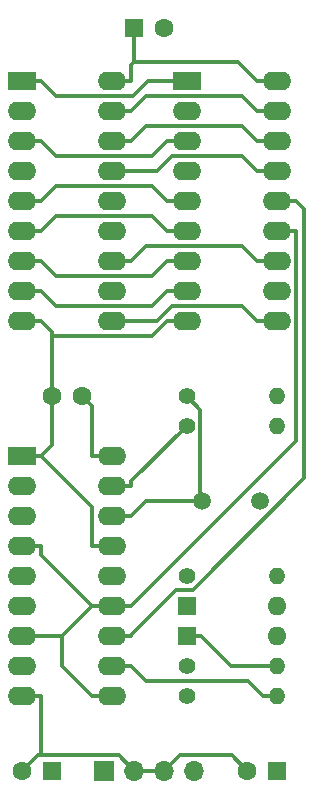
<source format=gbr>
G04 #@! TF.FileFunction,Copper,L2,Bot,Signal*
%FSLAX46Y46*%
G04 Gerber Fmt 4.6, Leading zero omitted, Abs format (unit mm)*
G04 Created by KiCad (PCBNEW 4.0.7) date Thursday, November 09, 2017 'PMt' 11:15:27 PM*
%MOMM*%
%LPD*%
G01*
G04 APERTURE LIST*
%ADD10C,0.100000*%
%ADD11R,1.700000X1.700000*%
%ADD12O,1.700000X1.700000*%
%ADD13C,1.400000*%
%ADD14O,1.400000X1.400000*%
%ADD15R,2.400000X1.600000*%
%ADD16O,2.400000X1.600000*%
%ADD17C,1.500000*%
%ADD18C,1.600000*%
%ADD19R,1.600000X1.600000*%
%ADD20O,1.600000X1.600000*%
%ADD21C,0.304800*%
G04 APERTURE END LIST*
D10*
D11*
X137795000Y-143510000D03*
D12*
X140335000Y-143510000D03*
X142875000Y-143510000D03*
X145415000Y-143510000D03*
D13*
X144780000Y-111760000D03*
D14*
X152400000Y-111760000D03*
D13*
X144780000Y-114300000D03*
D14*
X152400000Y-114300000D03*
D13*
X144780000Y-127000000D03*
D14*
X152400000Y-127000000D03*
D13*
X144780000Y-134620000D03*
D14*
X152400000Y-134620000D03*
D13*
X144780000Y-137160000D03*
D14*
X152400000Y-137160000D03*
D15*
X130810000Y-85090000D03*
D16*
X138430000Y-105410000D03*
X130810000Y-87630000D03*
X138430000Y-102870000D03*
X130810000Y-90170000D03*
X138430000Y-100330000D03*
X130810000Y-92710000D03*
X138430000Y-97790000D03*
X130810000Y-95250000D03*
X138430000Y-95250000D03*
X130810000Y-97790000D03*
X138430000Y-92710000D03*
X130810000Y-100330000D03*
X138430000Y-90170000D03*
X130810000Y-102870000D03*
X138430000Y-87630000D03*
X130810000Y-105410000D03*
X138430000Y-85090000D03*
D15*
X144780000Y-85090000D03*
D16*
X152400000Y-105410000D03*
X144780000Y-87630000D03*
X152400000Y-102870000D03*
X144780000Y-90170000D03*
X152400000Y-100330000D03*
X144780000Y-92710000D03*
X152400000Y-97790000D03*
X144780000Y-95250000D03*
X152400000Y-95250000D03*
X144780000Y-97790000D03*
X152400000Y-92710000D03*
X144780000Y-100330000D03*
X152400000Y-90170000D03*
X144780000Y-102870000D03*
X152400000Y-87630000D03*
X144780000Y-105410000D03*
X152400000Y-85090000D03*
D15*
X130810000Y-116840000D03*
D16*
X138430000Y-137160000D03*
X130810000Y-119380000D03*
X138430000Y-134620000D03*
X130810000Y-121920000D03*
X138430000Y-132080000D03*
X130810000Y-124460000D03*
X138430000Y-129540000D03*
X130810000Y-127000000D03*
X138430000Y-127000000D03*
X130810000Y-129540000D03*
X138430000Y-124460000D03*
X130810000Y-132080000D03*
X138430000Y-121920000D03*
X130810000Y-134620000D03*
X138430000Y-119380000D03*
X130810000Y-137160000D03*
X138430000Y-116840000D03*
D17*
X146050000Y-120650000D03*
X150950000Y-120650000D03*
D18*
X135890000Y-111760000D03*
X133390000Y-111760000D03*
D19*
X144780000Y-129540000D03*
D20*
X152400000Y-129540000D03*
D19*
X144780000Y-132080000D03*
D20*
X152400000Y-132080000D03*
D19*
X140335000Y-80645000D03*
D18*
X142835000Y-80645000D03*
D19*
X133350000Y-143510000D03*
D18*
X130850000Y-143510000D03*
D19*
X152400000Y-143510000D03*
D18*
X149900000Y-143510000D03*
D21*
X136772500Y-112642500D02*
X136772500Y-116840000D01*
X135890000Y-111760000D02*
X136772500Y-112642500D01*
X138430000Y-116840000D02*
X136772500Y-116840000D01*
X140335000Y-80645000D02*
X140335000Y-81902500D01*
X138430000Y-85090000D02*
X140087500Y-85090000D01*
X152400000Y-85090000D02*
X150742500Y-85090000D01*
X140335000Y-81902500D02*
X140335000Y-83467500D01*
X140087500Y-83715000D02*
X140335000Y-83467500D01*
X140087500Y-85090000D02*
X140087500Y-83715000D01*
X149120000Y-83467500D02*
X150742500Y-85090000D01*
X140335000Y-83467500D02*
X149120000Y-83467500D01*
X130810000Y-137160000D02*
X132467500Y-137160000D01*
X132467500Y-142202400D02*
X132467500Y-137160000D01*
X132157600Y-142202400D02*
X132467500Y-142202400D01*
X130850000Y-143510000D02*
X132157600Y-142202400D01*
X139027400Y-142202400D02*
X140335000Y-143510000D01*
X132467500Y-142202400D02*
X139027400Y-142202400D01*
X136772500Y-121145000D02*
X132467500Y-116840000D01*
X136772500Y-124460000D02*
X136772500Y-121145000D01*
X138430000Y-124460000D02*
X136772500Y-124460000D01*
X130810000Y-116840000D02*
X132467500Y-116840000D01*
X133390000Y-115917500D02*
X133390000Y-111760000D01*
X132467500Y-116840000D02*
X133390000Y-115917500D01*
X130810000Y-105410000D02*
X132467500Y-105410000D01*
X144780000Y-105410000D02*
X143122500Y-105410000D01*
X141810800Y-106721700D02*
X133390000Y-106721700D01*
X143122500Y-105410000D02*
X141810800Y-106721700D01*
X133390000Y-111760000D02*
X133390000Y-106721700D01*
X133390000Y-106332500D02*
X132467500Y-105410000D01*
X133390000Y-106721700D02*
X133390000Y-106332500D01*
X140335000Y-143510000D02*
X141642500Y-143510000D01*
X144182600Y-142202400D02*
X142875000Y-143510000D01*
X148592400Y-142202400D02*
X144182600Y-142202400D01*
X149900000Y-143510000D02*
X148592400Y-142202400D01*
X142875000Y-143510000D02*
X141642500Y-143510000D01*
X149972500Y-135890000D02*
X151242500Y-137160000D01*
X141357500Y-135890000D02*
X149972500Y-135890000D01*
X140087500Y-134620000D02*
X141357500Y-135890000D01*
X138430000Y-134620000D02*
X140087500Y-134620000D01*
X152400000Y-137160000D02*
X151242500Y-137160000D01*
X148577500Y-134620000D02*
X146037500Y-132080000D01*
X152400000Y-134620000D02*
X148577500Y-134620000D01*
X144780000Y-132080000D02*
X146037500Y-132080000D01*
X138430000Y-121920000D02*
X140087500Y-121920000D01*
X141357500Y-120650000D02*
X145937600Y-120650000D01*
X140087500Y-121920000D02*
X141357500Y-120650000D01*
X145937600Y-120650000D02*
X146050000Y-120650000D01*
X145937600Y-112917600D02*
X144780000Y-111760000D01*
X145937600Y-120650000D02*
X145937600Y-112917600D01*
X140087500Y-118992500D02*
X140087500Y-119380000D01*
X144780000Y-114300000D02*
X140087500Y-118992500D01*
X138430000Y-119380000D02*
X140087500Y-119380000D01*
X133725000Y-86347500D02*
X132467500Y-85090000D01*
X140234300Y-86347500D02*
X133725000Y-86347500D01*
X141491800Y-85090000D02*
X140234300Y-86347500D01*
X144780000Y-85090000D02*
X141491800Y-85090000D01*
X130810000Y-85090000D02*
X132467500Y-85090000D01*
X142259800Y-105410000D02*
X138430000Y-105410000D01*
X143542200Y-104127600D02*
X142259800Y-105410000D01*
X149460100Y-104127600D02*
X143542200Y-104127600D01*
X150742500Y-105410000D02*
X149460100Y-104127600D01*
X152400000Y-105410000D02*
X150742500Y-105410000D01*
X130810000Y-90170000D02*
X132467500Y-90170000D01*
X141852600Y-91439900D02*
X143122500Y-90170000D01*
X133737400Y-91439900D02*
X141852600Y-91439900D01*
X132467500Y-90170000D02*
X133737400Y-91439900D01*
X144780000Y-90170000D02*
X143122500Y-90170000D01*
X149472600Y-99060100D02*
X150742500Y-100330000D01*
X141357400Y-99060100D02*
X149472600Y-99060100D01*
X140087500Y-100330000D02*
X141357400Y-99060100D01*
X138430000Y-100330000D02*
X140087500Y-100330000D01*
X152400000Y-100330000D02*
X150742500Y-100330000D01*
X133737500Y-93980000D02*
X132467500Y-95250000D01*
X141852500Y-93980000D02*
X133737500Y-93980000D01*
X143122500Y-95250000D02*
X141852500Y-93980000D01*
X144780000Y-95250000D02*
X143122500Y-95250000D01*
X130810000Y-95250000D02*
X132467500Y-95250000D01*
X133737400Y-96520100D02*
X132467500Y-97790000D01*
X141852600Y-96520100D02*
X133737400Y-96520100D01*
X143122500Y-97790000D02*
X141852600Y-96520100D01*
X144780000Y-97790000D02*
X143122500Y-97790000D01*
X130810000Y-97790000D02*
X132467500Y-97790000D01*
X142259800Y-92710000D02*
X138430000Y-92710000D01*
X143542200Y-91427600D02*
X142259800Y-92710000D01*
X149460100Y-91427600D02*
X143542200Y-91427600D01*
X150742500Y-92710000D02*
X149460100Y-91427600D01*
X152400000Y-92710000D02*
X150742500Y-92710000D01*
X133725100Y-101587600D02*
X132467500Y-100330000D01*
X141864900Y-101587600D02*
X133725100Y-101587600D01*
X143122500Y-100330000D02*
X141864900Y-101587600D01*
X144780000Y-100330000D02*
X143122500Y-100330000D01*
X130810000Y-100330000D02*
X132467500Y-100330000D01*
X141357500Y-88900000D02*
X140087500Y-90170000D01*
X149472500Y-88900000D02*
X141357500Y-88900000D01*
X150742500Y-90170000D02*
X149472500Y-88900000D01*
X152400000Y-90170000D02*
X150742500Y-90170000D01*
X138430000Y-90170000D02*
X140087500Y-90170000D01*
X133749800Y-104152300D02*
X132467500Y-102870000D01*
X141840200Y-104152300D02*
X133749800Y-104152300D01*
X143122500Y-102870000D02*
X141840200Y-104152300D01*
X144780000Y-102870000D02*
X143122500Y-102870000D01*
X130810000Y-102870000D02*
X132467500Y-102870000D01*
X141369800Y-86347700D02*
X140087500Y-87630000D01*
X149460200Y-86347700D02*
X141369800Y-86347700D01*
X150742500Y-87630000D02*
X149460200Y-86347700D01*
X152400000Y-87630000D02*
X150742500Y-87630000D01*
X138430000Y-87630000D02*
X140087500Y-87630000D01*
X138430000Y-137160000D02*
X136772500Y-137160000D01*
X138430000Y-129540000D02*
X140087500Y-129540000D01*
X152400000Y-97790000D02*
X154057500Y-97790000D01*
X154057500Y-115570000D02*
X140087500Y-129540000D01*
X154057500Y-97790000D02*
X154057500Y-115570000D01*
X130810000Y-132080000D02*
X132315000Y-132080000D01*
X138430000Y-129540000D02*
X136772500Y-129540000D01*
X134232500Y-134620000D02*
X136772500Y-137160000D01*
X134232500Y-132080000D02*
X134232500Y-134620000D01*
X132315000Y-132080000D02*
X134232500Y-132080000D01*
X134232500Y-132080000D02*
X136772500Y-129540000D01*
X130810000Y-124460000D02*
X132467500Y-124460000D01*
X132467500Y-125235000D02*
X132467500Y-124460000D01*
X136772500Y-129540000D02*
X132467500Y-125235000D01*
X154714600Y-95907100D02*
X154057500Y-95250000D01*
X154714600Y-118745200D02*
X154714600Y-95907100D01*
X145277400Y-128182400D02*
X154714600Y-118745200D01*
X143881500Y-128182400D02*
X145277400Y-128182400D01*
X140087500Y-131976400D02*
X143881500Y-128182400D01*
X140087500Y-132080000D02*
X140087500Y-131976400D01*
X138430000Y-132080000D02*
X140087500Y-132080000D01*
X152400000Y-95250000D02*
X154057500Y-95250000D01*
M02*

</source>
